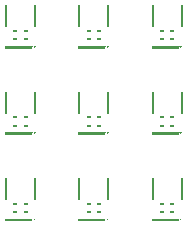
<source format=gbp>
G04 #@! TF.GenerationSoftware,KiCad,Pcbnew,5.0.2-bee76a0~70~ubuntu18.04.1*
G04 #@! TF.CreationDate,2018-12-08T03:46:04+01:00*
G04 #@! TF.ProjectId,simic2matrix_panel_3x3,73696d69-6332-46d6-9174-7269785f7061,rev?*
G04 #@! TF.SameCoordinates,Original*
G04 #@! TF.FileFunction,Paste,Bot*
G04 #@! TF.FilePolarity,Positive*
%FSLAX46Y46*%
G04 Gerber Fmt 4.6, Leading zero omitted, Abs format (unit mm)*
G04 Created by KiCad (PCBNEW 5.0.2-bee76a0~70~ubuntu18.04.1) date Sat 08 Dec 2018 03:46:04 CET*
%MOMM*%
%LPD*%
G01*
G04 APERTURE LIST*
%ADD10R,0.447600X0.247600*%
%ADD11C,0.197600*%
%ADD12C,0.100000*%
%ADD13R,0.197600X1.847600*%
G04 APERTURE END LIST*
D10*
G04 #@! TO.C,U1*
X124950000Y-123870000D03*
X124050000Y-123870000D03*
X124950000Y-123170000D03*
X124050000Y-123170000D03*
D11*
X124325000Y-124545000D03*
D12*
G36*
X125766036Y-124446200D02*
X125626200Y-124586036D01*
X125626200Y-124450439D01*
X125766036Y-124446200D01*
X125766036Y-124446200D01*
G37*
G36*
X125626200Y-124446200D02*
X125626200Y-124450439D01*
X125612211Y-124450863D01*
X125626200Y-124446200D01*
X125626200Y-124446200D01*
G37*
G36*
X125473800Y-124446200D02*
X125473800Y-124455059D01*
X125612211Y-124450863D01*
X125473800Y-124497000D01*
X125473800Y-124643800D01*
X123176200Y-124643800D01*
X123176200Y-124446200D01*
X125473800Y-124446200D01*
X125473800Y-124446200D01*
G37*
D13*
X125725000Y-121920000D03*
X123275000Y-121920000D03*
G04 #@! TD*
D10*
G04 #@! TO.C,U1*
X118750000Y-123870000D03*
X117850000Y-123870000D03*
X118750000Y-123170000D03*
X117850000Y-123170000D03*
D11*
X118125000Y-124545000D03*
D12*
G36*
X119566036Y-124446200D02*
X119426200Y-124586036D01*
X119426200Y-124450439D01*
X119566036Y-124446200D01*
X119566036Y-124446200D01*
G37*
G36*
X119426200Y-124446200D02*
X119426200Y-124450439D01*
X119412211Y-124450863D01*
X119426200Y-124446200D01*
X119426200Y-124446200D01*
G37*
G36*
X119273800Y-124446200D02*
X119273800Y-124455059D01*
X119412211Y-124450863D01*
X119273800Y-124497000D01*
X119273800Y-124643800D01*
X116976200Y-124643800D01*
X116976200Y-124446200D01*
X119273800Y-124446200D01*
X119273800Y-124446200D01*
G37*
D13*
X119525000Y-121920000D03*
X117075000Y-121920000D03*
G04 #@! TD*
D10*
G04 #@! TO.C,U1*
X112550000Y-123870000D03*
X111650000Y-123870000D03*
X112550000Y-123170000D03*
X111650000Y-123170000D03*
D11*
X111925000Y-124545000D03*
D12*
G36*
X113366036Y-124446200D02*
X113226200Y-124586036D01*
X113226200Y-124450439D01*
X113366036Y-124446200D01*
X113366036Y-124446200D01*
G37*
G36*
X113226200Y-124446200D02*
X113226200Y-124450439D01*
X113212211Y-124450863D01*
X113226200Y-124446200D01*
X113226200Y-124446200D01*
G37*
G36*
X113073800Y-124446200D02*
X113073800Y-124455059D01*
X113212211Y-124450863D01*
X113073800Y-124497000D01*
X113073800Y-124643800D01*
X110776200Y-124643800D01*
X110776200Y-124446200D01*
X113073800Y-124446200D01*
X113073800Y-124446200D01*
G37*
D13*
X113325000Y-121920000D03*
X110875000Y-121920000D03*
G04 #@! TD*
D10*
G04 #@! TO.C,U1*
X124950000Y-116570000D03*
X124050000Y-116570000D03*
X124950000Y-115870000D03*
X124050000Y-115870000D03*
D11*
X124325000Y-117245000D03*
D12*
G36*
X125766036Y-117146200D02*
X125626200Y-117286036D01*
X125626200Y-117150439D01*
X125766036Y-117146200D01*
X125766036Y-117146200D01*
G37*
G36*
X125626200Y-117146200D02*
X125626200Y-117150439D01*
X125612211Y-117150863D01*
X125626200Y-117146200D01*
X125626200Y-117146200D01*
G37*
G36*
X125473800Y-117146200D02*
X125473800Y-117155059D01*
X125612211Y-117150863D01*
X125473800Y-117197000D01*
X125473800Y-117343800D01*
X123176200Y-117343800D01*
X123176200Y-117146200D01*
X125473800Y-117146200D01*
X125473800Y-117146200D01*
G37*
D13*
X125725000Y-114620000D03*
X123275000Y-114620000D03*
G04 #@! TD*
D10*
G04 #@! TO.C,U1*
X118750000Y-116570000D03*
X117850000Y-116570000D03*
X118750000Y-115870000D03*
X117850000Y-115870000D03*
D11*
X118125000Y-117245000D03*
D12*
G36*
X119566036Y-117146200D02*
X119426200Y-117286036D01*
X119426200Y-117150439D01*
X119566036Y-117146200D01*
X119566036Y-117146200D01*
G37*
G36*
X119426200Y-117146200D02*
X119426200Y-117150439D01*
X119412211Y-117150863D01*
X119426200Y-117146200D01*
X119426200Y-117146200D01*
G37*
G36*
X119273800Y-117146200D02*
X119273800Y-117155059D01*
X119412211Y-117150863D01*
X119273800Y-117197000D01*
X119273800Y-117343800D01*
X116976200Y-117343800D01*
X116976200Y-117146200D01*
X119273800Y-117146200D01*
X119273800Y-117146200D01*
G37*
D13*
X119525000Y-114620000D03*
X117075000Y-114620000D03*
G04 #@! TD*
D10*
G04 #@! TO.C,U1*
X112550000Y-116570000D03*
X111650000Y-116570000D03*
X112550000Y-115870000D03*
X111650000Y-115870000D03*
D11*
X111925000Y-117245000D03*
D12*
G36*
X113366036Y-117146200D02*
X113226200Y-117286036D01*
X113226200Y-117150439D01*
X113366036Y-117146200D01*
X113366036Y-117146200D01*
G37*
G36*
X113226200Y-117146200D02*
X113226200Y-117150439D01*
X113212211Y-117150863D01*
X113226200Y-117146200D01*
X113226200Y-117146200D01*
G37*
G36*
X113073800Y-117146200D02*
X113073800Y-117155059D01*
X113212211Y-117150863D01*
X113073800Y-117197000D01*
X113073800Y-117343800D01*
X110776200Y-117343800D01*
X110776200Y-117146200D01*
X113073800Y-117146200D01*
X113073800Y-117146200D01*
G37*
D13*
X113325000Y-114620000D03*
X110875000Y-114620000D03*
G04 #@! TD*
D10*
G04 #@! TO.C,U1*
X124950000Y-109270000D03*
X124050000Y-109270000D03*
X124950000Y-108570000D03*
X124050000Y-108570000D03*
D11*
X124325000Y-109945000D03*
D12*
G36*
X125766036Y-109846200D02*
X125626200Y-109986036D01*
X125626200Y-109850439D01*
X125766036Y-109846200D01*
X125766036Y-109846200D01*
G37*
G36*
X125626200Y-109846200D02*
X125626200Y-109850439D01*
X125612211Y-109850863D01*
X125626200Y-109846200D01*
X125626200Y-109846200D01*
G37*
G36*
X125473800Y-109846200D02*
X125473800Y-109855059D01*
X125612211Y-109850863D01*
X125473800Y-109897000D01*
X125473800Y-110043800D01*
X123176200Y-110043800D01*
X123176200Y-109846200D01*
X125473800Y-109846200D01*
X125473800Y-109846200D01*
G37*
D13*
X125725000Y-107320000D03*
X123275000Y-107320000D03*
G04 #@! TD*
D10*
G04 #@! TO.C,U1*
X118750000Y-109270000D03*
X117850000Y-109270000D03*
X118750000Y-108570000D03*
X117850000Y-108570000D03*
D11*
X118125000Y-109945000D03*
D12*
G36*
X119566036Y-109846200D02*
X119426200Y-109986036D01*
X119426200Y-109850439D01*
X119566036Y-109846200D01*
X119566036Y-109846200D01*
G37*
G36*
X119426200Y-109846200D02*
X119426200Y-109850439D01*
X119412211Y-109850863D01*
X119426200Y-109846200D01*
X119426200Y-109846200D01*
G37*
G36*
X119273800Y-109846200D02*
X119273800Y-109855059D01*
X119412211Y-109850863D01*
X119273800Y-109897000D01*
X119273800Y-110043800D01*
X116976200Y-110043800D01*
X116976200Y-109846200D01*
X119273800Y-109846200D01*
X119273800Y-109846200D01*
G37*
D13*
X119525000Y-107320000D03*
X117075000Y-107320000D03*
G04 #@! TD*
D10*
G04 #@! TO.C,U1*
X112550000Y-109270000D03*
X111650000Y-109270000D03*
X112550000Y-108570000D03*
X111650000Y-108570000D03*
D11*
X111925000Y-109945000D03*
D12*
G36*
X113366036Y-109846200D02*
X113226200Y-109986036D01*
X113226200Y-109850439D01*
X113366036Y-109846200D01*
X113366036Y-109846200D01*
G37*
G36*
X113226200Y-109846200D02*
X113226200Y-109850439D01*
X113212211Y-109850863D01*
X113226200Y-109846200D01*
X113226200Y-109846200D01*
G37*
G36*
X113073800Y-109846200D02*
X113073800Y-109855059D01*
X113212211Y-109850863D01*
X113073800Y-109897000D01*
X113073800Y-110043800D01*
X110776200Y-110043800D01*
X110776200Y-109846200D01*
X113073800Y-109846200D01*
X113073800Y-109846200D01*
G37*
D13*
X113325000Y-107320000D03*
X110875000Y-107320000D03*
G04 #@! TD*
M02*

</source>
